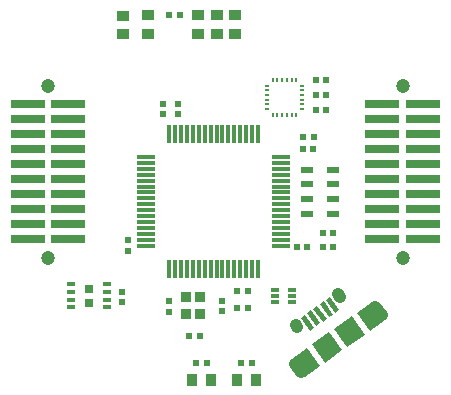
<source format=gts>
G04 #@! TF.GenerationSoftware,KiCad,Pcbnew,no-vcs-found-d3b382c~59~ubuntu16.04.1*
G04 #@! TF.CreationDate,2017-07-29T16:39:47+01:00*
G04 #@! TF.ProjectId,m3imu,6D33696D752E6B696361645F70636200,1.0*
G04 #@! TF.SameCoordinates,Original
G04 #@! TF.FileFunction,Soldermask,Top*
G04 #@! TF.FilePolarity,Negative*
%FSLAX46Y46*%
G04 Gerber Fmt 4.6, Leading zero omitted, Abs format (unit mm)*
G04 Created by KiCad (PCBNEW no-vcs-found-d3b382c~59~ubuntu16.04.1) date Sat Jul 29 16:39:47 2017*
%MOMM*%
%LPD*%
G01*
G04 APERTURE LIST*
%ADD10R,0.710000X0.300000*%
%ADD11C,0.400000*%
%ADD12C,0.100000*%
%ADD13C,1.000000*%
%ADD14C,1.000000*%
%ADD15C,1.800000*%
%ADD16C,1.575000*%
%ADD17R,1.100000X0.600000*%
%ADD18R,0.620000X0.620000*%
%ADD19R,2.920000X0.740000*%
%ADD20R,0.300000X1.500000*%
%ADD21R,1.500000X0.300000*%
%ADD22R,1.000000X0.950000*%
%ADD23C,1.200000*%
%ADD24R,0.200000X0.400000*%
%ADD25R,0.400000X0.200000*%
%ADD26R,0.650000X0.350000*%
%ADD27R,0.802000X0.802000*%
%ADD28R,0.950000X1.000000*%
%ADD29R,0.850000X0.950000*%
G04 APERTURE END LIST*
D10*
X105621999Y-110990000D03*
X105622000Y-110490000D03*
X105621999Y-109990000D03*
X104182001Y-109990000D03*
X104182000Y-110490000D03*
X104182001Y-110990000D03*
D11*
X108011735Y-112023281D03*
D12*
G36*
X108239143Y-112689547D02*
X107458074Y-111588443D01*
X107784327Y-111357015D01*
X108565396Y-112458119D01*
X108239143Y-112689547D01*
X108239143Y-112689547D01*
G37*
D11*
X108541897Y-111647211D03*
D12*
G36*
X108769305Y-112313477D02*
X107988236Y-111212373D01*
X108314489Y-110980945D01*
X109095558Y-112082049D01*
X108769305Y-112313477D01*
X108769305Y-112313477D01*
G37*
D11*
X107481574Y-112399352D03*
D12*
G36*
X107708982Y-113065618D02*
X106927913Y-111964514D01*
X107254166Y-111733086D01*
X108035235Y-112834190D01*
X107708982Y-113065618D01*
X107708982Y-113065618D01*
G37*
D11*
X106951412Y-112775422D03*
D12*
G36*
X107178820Y-113441688D02*
X106397751Y-112340584D01*
X106724004Y-112109156D01*
X107505073Y-113210260D01*
X107178820Y-113441688D01*
X107178820Y-113441688D01*
G37*
D11*
X109072058Y-111271141D03*
D12*
G36*
X109299466Y-111937407D02*
X108518397Y-110836303D01*
X108844650Y-110604875D01*
X109625719Y-111705979D01*
X109299466Y-111937407D01*
X109299466Y-111937407D01*
G37*
D13*
X109638484Y-110470884D03*
D14*
X109566163Y-110368930D02*
X109710805Y-110572838D01*
D13*
X106008917Y-113045518D03*
D14*
X105936596Y-112943564D02*
X106081238Y-113147472D01*
D15*
X110497387Y-113539745D03*
D12*
G36*
X110312958Y-114835309D02*
X109213676Y-113285606D01*
X110681816Y-112244181D01*
X111781098Y-113793884D01*
X110312958Y-114835309D01*
X110312958Y-114835309D01*
G37*
D15*
X108621431Y-114870455D03*
D12*
G36*
X108437002Y-116166019D02*
X107337720Y-114616316D01*
X108805860Y-113574891D01*
X109905142Y-115124594D01*
X108437002Y-116166019D01*
X108437002Y-116166019D01*
G37*
D16*
X112322366Y-112245195D03*
D12*
G36*
X112229696Y-113475670D02*
X111130414Y-111925967D01*
X112415036Y-111014720D01*
X113514318Y-112564423D01*
X112229696Y-113475670D01*
X112229696Y-113475670D01*
G37*
D13*
X112964677Y-111789572D03*
D14*
X112704321Y-111422537D02*
X113225033Y-112156607D01*
D16*
X106796452Y-116165005D03*
D12*
G36*
X106703782Y-117395480D02*
X105604500Y-115845777D01*
X106889122Y-114934530D01*
X107988404Y-116484233D01*
X106703782Y-117395480D01*
X106703782Y-117395480D01*
G37*
D13*
X106154141Y-116620628D03*
D14*
X105893785Y-116253593D02*
X106414497Y-116987663D01*
D17*
X109150000Y-103575000D03*
X109150000Y-102325000D03*
X109150000Y-101075000D03*
X109150000Y-99825000D03*
X106950000Y-99825000D03*
X106950000Y-101075000D03*
X106950000Y-102325000D03*
X106950000Y-103575000D03*
D18*
X91750000Y-105800000D03*
X91750000Y-106700000D03*
D19*
X83285000Y-94285000D03*
X86715000Y-94285000D03*
X83285000Y-95555000D03*
X86715000Y-95555000D03*
X83285000Y-96825000D03*
X86715000Y-96825000D03*
X83285000Y-98095000D03*
X86715000Y-98095000D03*
X83285000Y-99365000D03*
X86715000Y-99365000D03*
X83285000Y-100635000D03*
X86715000Y-100635000D03*
X83285000Y-101905000D03*
X86715000Y-101905000D03*
X83285000Y-103175000D03*
X86715000Y-103175000D03*
X83285000Y-104445000D03*
X86715000Y-104445000D03*
X83285000Y-105715000D03*
X86715000Y-105715000D03*
D20*
X95250000Y-108200000D03*
X95750000Y-108200000D03*
X96250000Y-108200000D03*
X96750000Y-108200000D03*
X97250000Y-108200000D03*
X97750000Y-108200000D03*
X98250000Y-108200000D03*
X98750000Y-108200000D03*
X99250000Y-108200000D03*
X99750000Y-108200000D03*
X100250000Y-108200000D03*
X100750000Y-108200000D03*
X101250000Y-108200000D03*
X101750000Y-108200000D03*
X102250000Y-108200000D03*
X102750000Y-108200000D03*
D21*
X104700000Y-106250000D03*
X104700000Y-105750000D03*
X104700000Y-105250000D03*
X104700000Y-104750000D03*
X104700000Y-104250000D03*
X104700000Y-103750000D03*
X104700000Y-103250000D03*
X104700000Y-102750000D03*
X104700000Y-102250000D03*
X104700000Y-101750000D03*
X104700000Y-101250000D03*
X104700000Y-100750000D03*
X104700000Y-100250000D03*
X104700000Y-99750000D03*
X104700000Y-99250000D03*
X104700000Y-98750000D03*
D20*
X102750000Y-96800000D03*
X102250000Y-96800000D03*
X101750000Y-96800000D03*
X101250000Y-96800000D03*
X100750000Y-96800000D03*
X100250000Y-96800000D03*
X99750000Y-96800000D03*
X99250000Y-96800000D03*
X98750000Y-96800000D03*
X98250000Y-96800000D03*
X97750000Y-96800000D03*
X97250000Y-96800000D03*
X96750000Y-96800000D03*
X96250000Y-96800000D03*
X95750000Y-96800000D03*
X95250000Y-96800000D03*
D21*
X93300000Y-98750000D03*
X93300000Y-99250000D03*
X93300000Y-99750000D03*
X93300000Y-100250000D03*
X93300000Y-100750000D03*
X93300000Y-101250000D03*
X93300000Y-101750000D03*
X93300000Y-102250000D03*
X93300000Y-102750000D03*
X93300000Y-103250000D03*
X93300000Y-103750000D03*
X93300000Y-104250000D03*
X93300000Y-104750000D03*
X93300000Y-105250000D03*
X93300000Y-105750000D03*
X93300000Y-106250000D03*
D22*
X91310000Y-86770000D03*
X91310000Y-88370000D03*
D23*
X115000000Y-107305000D03*
X115000000Y-92695000D03*
D18*
X97550000Y-116200000D03*
X98450000Y-116200000D03*
D24*
X104000000Y-95200000D03*
X104400000Y-95200000D03*
X104800000Y-95200000D03*
X105200000Y-95200000D03*
X105600000Y-95200000D03*
X106000000Y-95200000D03*
D25*
X106500000Y-94700000D03*
X106500000Y-94300000D03*
X106500000Y-93900000D03*
X106500000Y-93500000D03*
X106500000Y-93100000D03*
X106500000Y-92700000D03*
D24*
X106000000Y-92200000D03*
X105600000Y-92200000D03*
X105200000Y-92200000D03*
X104800000Y-92200000D03*
X104400000Y-92200000D03*
X104000000Y-92200000D03*
D25*
X103500000Y-92700000D03*
X103500000Y-93100000D03*
X103500000Y-93500000D03*
X103500000Y-93900000D03*
X103500000Y-94300000D03*
X103500000Y-94700000D03*
D18*
X108550000Y-92200000D03*
X107650000Y-92200000D03*
D23*
X85000000Y-107305000D03*
X85000000Y-92695000D03*
D26*
X90000000Y-111475000D03*
X90000000Y-110825000D03*
X90000000Y-110175000D03*
X90000000Y-109525000D03*
X86900000Y-109525000D03*
X86900000Y-110175000D03*
X86900000Y-110825000D03*
X86900000Y-111475000D03*
D27*
X88450000Y-111100000D03*
X88450000Y-109900000D03*
D18*
X100991107Y-110065147D03*
X101891107Y-110065147D03*
X100991107Y-111565147D03*
X101891107Y-111565147D03*
X109150000Y-106400000D03*
X108250000Y-106400000D03*
X106050000Y-106400000D03*
X106950000Y-106400000D03*
X107650000Y-93500000D03*
X108550000Y-93500000D03*
X108550000Y-94800000D03*
X107650000Y-94800000D03*
X95250000Y-111850000D03*
X95250000Y-110950000D03*
X97855047Y-113866527D03*
X96955047Y-113866527D03*
X107475000Y-97050000D03*
X106575000Y-97050000D03*
X94700000Y-94225000D03*
X94700000Y-95125000D03*
X96000000Y-95125000D03*
X96000000Y-94225000D03*
X106550000Y-98100000D03*
X107450000Y-98100000D03*
X91250000Y-110150000D03*
X91250000Y-111050000D03*
X108250000Y-105150000D03*
X109150000Y-105150000D03*
D28*
X97200000Y-117600000D03*
X98800000Y-117600000D03*
X102600000Y-117600000D03*
X101000000Y-117600000D03*
D18*
X99705047Y-111816527D03*
X99705047Y-110916527D03*
X102250000Y-116200000D03*
X101350000Y-116200000D03*
D29*
X96705047Y-110616527D03*
X96705047Y-112066527D03*
X97855047Y-112066527D03*
X97855047Y-110616527D03*
D22*
X93425000Y-86750000D03*
X93425000Y-88350000D03*
X100800000Y-86700000D03*
X100800000Y-88300000D03*
X99250000Y-86700000D03*
X99250000Y-88300000D03*
X97700000Y-86700000D03*
X97700000Y-88300000D03*
D18*
X96125000Y-86750000D03*
X95225000Y-86750000D03*
D19*
X113285000Y-94285000D03*
X116715000Y-94285000D03*
X113285000Y-95555000D03*
X116715000Y-95555000D03*
X113285000Y-96825000D03*
X116715000Y-96825000D03*
X113285000Y-98095000D03*
X116715000Y-98095000D03*
X113285000Y-99365000D03*
X116715000Y-99365000D03*
X113285000Y-100635000D03*
X116715000Y-100635000D03*
X113285000Y-101905000D03*
X116715000Y-101905000D03*
X113285000Y-103175000D03*
X116715000Y-103175000D03*
X113285000Y-104445000D03*
X116715000Y-104445000D03*
X113285000Y-105715000D03*
X116715000Y-105715000D03*
M02*

</source>
